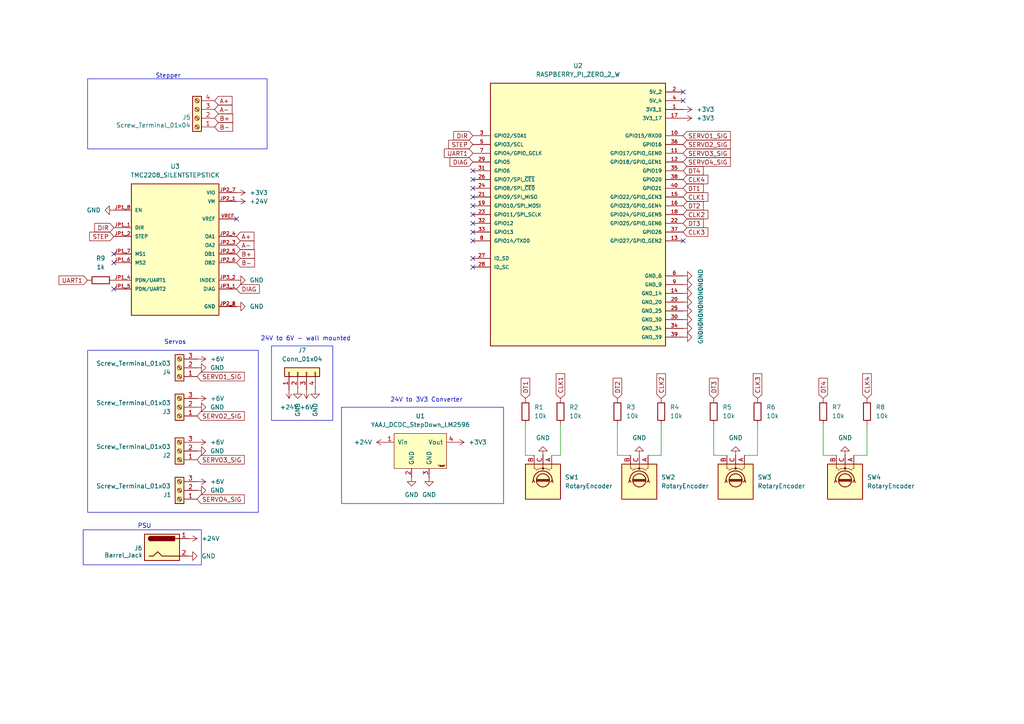
<source format=kicad_sch>
(kicad_sch (version 20231120) (generator "eeschema") (generator_version "8.0")
  (paper "A4")
  (lib_symbols
    (symbol "Connector:Barrel_Jack" (pin_names (offset 1.016))
      (property "Reference" "J" (at 0 5.334 0))
      (property "Value" "Barrel_Jack" (at 0 -5.08 0))
      (symbol "Barrel_Jack_0_1"
        (rectangle (start -5.08 3.81) (end 5.08 -3.81) (stroke (width 0.254)) (fill (type background)))
        (arc (start -3.302 3.175) (mid -3.9343 2.54) (end -3.302 1.905) (stroke (width 0.254)))
        (arc (start -3.302 3.175) (mid -3.9343 2.54) (end -3.302 1.905) (stroke (width 0.254)) (fill (type outline)))
        (polyline (pts (xy 5.08 2.54) (xy 3.81 2.54)) (stroke (width 0.254)))
        (polyline (pts (xy -3.81 -2.54) (xy -2.54 -2.54) (xy -1.27 -1.27) (xy 0 -2.54) (xy 2.54 -2.54) (xy 5.08 -2.54)) (stroke (width 0.254)))
        (rectangle (start 3.683 3.175) (end -3.302 1.905) (stroke (width 0.254)) (fill (type outline)))
      )
      (symbol "Barrel_Jack_1_1"
        (pin passive line (at 7.62 2.54 180) (length 2.54) (name "~") (number "1"))
        (pin passive line (at 7.62 -2.54 180) (length 2.54) (name "~") (number "2"))
      )
    )
    (symbol "Connector:Screw_Terminal_01x03" (pin_names (offset 1.016) hide)
      (property "Reference" "J" (at 0 5.08 0))
      (property "Value" "Screw_Terminal_01x03" (at 0 -5.08 0))
      (symbol "Screw_Terminal_01x03_1_1"
        (rectangle (start -1.27 3.81) (end 1.27 -3.81) (stroke (width 0.254)) (fill (type background)))
        (circle (center 0 -2.54) (radius 0.635) (stroke (width 0.1524)))
        (polyline (pts (xy -0.5334 -2.2098) (xy 0.3302 -3.048)) (stroke (width 0.1524)))
        (polyline (pts (xy -0.5334 0.3302) (xy 0.3302 -0.508)) (stroke (width 0.1524)))
        (polyline (pts (xy -0.5334 2.8702) (xy 0.3302 2.032)) (stroke (width 0.1524)))
        (polyline (pts (xy -0.3556 -2.032) (xy 0.508 -2.8702)) (stroke (width 0.1524)))
        (polyline (pts (xy -0.3556 0.508) (xy 0.508 -0.3302)) (stroke (width 0.1524)))
        (polyline (pts (xy -0.3556 3.048) (xy 0.508 2.2098)) (stroke (width 0.1524)))
        (circle (center 0 0) (radius 0.635) (stroke (width 0.1524)))
        (circle (center 0 2.54) (radius 0.635) (stroke (width 0.1524)))
        (pin passive line (at -5.08 2.54 0) (length 3.81) (name "Pin_1") (number "1"))
        (pin passive line (at -5.08 0 0) (length 3.81) (name "Pin_2") (number "2"))
        (pin passive line (at -5.08 -2.54 0) (length 3.81) (name "Pin_3") (number "3"))
      )
    )
    (symbol "Connector:Screw_Terminal_01x04" (pin_names (offset 1.016) hide)
      (property "Reference" "J" (at 0 5.08 0))
      (property "Value" "Screw_Terminal_01x04" (at 0 -7.62 0))
      (symbol "Screw_Terminal_01x04_1_1"
        (rectangle (start -1.27 3.81) (end 1.27 -6.35) (stroke (width 0.254)) (fill (type background)))
        (circle (center 0 -5.08) (radius 0.635) (stroke (width 0.1524)))
        (circle (center 0 -2.54) (radius 0.635) (stroke (width 0.1524)))
        (polyline (pts (xy -0.5334 -4.7498) (xy 0.3302 -5.588)) (stroke (width 0.1524)))
        (polyline (pts (xy -0.5334 -2.2098) (xy 0.3302 -3.048)) (stroke (width 0.1524)))
        (polyline (pts (xy -0.5334 0.3302) (xy 0.3302 -0.508)) (stroke (width 0.1524)))
        (polyline (pts (xy -0.5334 2.8702) (xy 0.3302 2.032)) (stroke (width 0.1524)))
        (polyline (pts (xy -0.3556 -4.572) (xy 0.508 -5.4102)) (stroke (width 0.1524)))
        (polyline (pts (xy -0.3556 -2.032) (xy 0.508 -2.8702)) (stroke (width 0.1524)))
        (polyline (pts (xy -0.3556 0.508) (xy 0.508 -0.3302)) (stroke (width 0.1524)))
        (polyline (pts (xy -0.3556 3.048) (xy 0.508 2.2098)) (stroke (width 0.1524)))
        (circle (center 0 0) (radius 0.635) (stroke (width 0.1524)))
        (circle (center 0 2.54) (radius 0.635) (stroke (width 0.1524)))
        (pin passive line (at -5.08 2.54 0) (length 3.81) (name "Pin_1") (number "1"))
        (pin passive line (at -5.08 0 0) (length 3.81) (name "Pin_2") (number "2"))
        (pin passive line (at -5.08 -2.54 0) (length 3.81) (name "Pin_3") (number "3"))
        (pin passive line (at -5.08 -5.08 0) (length 3.81) (name "Pin_4") (number "4"))
      )
    )
    (symbol "Connector_Generic:Conn_01x04" (pin_names (offset 1.016) hide)
      (property "Reference" "J" (at 0 5.08 0))
      (property "Value" "Conn_01x04" (at 0 -7.62 0))
      (symbol "Conn_01x04_1_1"
        (rectangle (start -1.27 -4.953) (end 0 -5.207) (stroke (width 0.1524)))
        (rectangle (start -1.27 -2.413) (end 0 -2.667) (stroke (width 0.1524)))
        (rectangle (start -1.27 0.127) (end 0 -0.127) (stroke (width 0.1524)))
        (rectangle (start -1.27 2.667) (end 0 2.413) (stroke (width 0.1524)))
        (rectangle (start -1.27 3.81) (end 1.27 -6.35) (stroke (width 0.254)) (fill (type background)))
        (pin passive line (at -5.08 2.54 0) (length 3.81) (name "Pin_1") (number "1"))
        (pin passive line (at -5.08 0 0) (length 3.81) (name "Pin_2") (number "2"))
        (pin passive line (at -5.08 -2.54 0) (length 3.81) (name "Pin_3") (number "3"))
        (pin passive line (at -5.08 -5.08 0) (length 3.81) (name "Pin_4") (number "4"))
      )
    )
    (symbol "Device:R" (pin_numbers hide) (pin_names (offset 0))
      (property "Reference" "R" (at 2.032 0 90))
      (property "Value" "R" (at 0 0 90))
      (symbol "R_0_1"
        (rectangle (start -1.016 -2.54) (end 1.016 2.54) (stroke (width 0.254)))
      )
      (symbol "R_1_1"
        (pin passive line (at 0 3.81 270) (length 1.27) (name "~") (number "1"))
        (pin passive line (at 0 -3.81 90) (length 1.27) (name "~") (number "2"))
      )
    )
    (symbol "Device:RotaryEncoder" (pin_names (offset 0.254) hide)
      (property "Reference" "SW" (at 0 6.604 0))
      (property "Value" "RotaryEncoder" (at 0 -6.604 0))
      (symbol "RotaryEncoder_0_1"
        (rectangle (start -5.08 5.08) (end 5.08 -5.08) (stroke (width 0.254)) (fill (type background)))
        (circle (center -3.81 0) (radius 0.254) (fill (type outline)))
        (circle (center -0.381 0) (radius 1.905) (stroke (width 0.254)))
        (arc (start -0.381 2.667) (mid -3.0988 -0.0635) (end -0.381 -2.794) (stroke (width 0.254)))
        (polyline (pts (xy -0.635 -1.778) (xy -0.635 1.778)) (stroke (width 0.254)))
        (polyline (pts (xy -0.381 -1.778) (xy -0.381 1.778)) (stroke (width 0.254)))
        (polyline (pts (xy -0.127 1.778) (xy -0.127 -1.778)) (stroke (width 0.254)))
        (polyline (pts (xy -5.08 -2.54) (xy -3.81 -2.54) (xy -3.81 -2.032)))
        (polyline (pts (xy -5.08 2.54) (xy -3.81 2.54) (xy -3.81 2.032)))
        (polyline (pts (xy 0.254 -3.048) (xy -0.508 -2.794) (xy 0.127 -2.413)) (stroke (width 0.254)))
        (polyline (pts (xy 0.254 2.921) (xy -0.508 2.667) (xy 0.127 2.286)) (stroke (width 0.254)))
        (polyline (pts (xy -5.08 0) (xy -3.81 0) (xy -3.81 -1.016) (xy -3.302 -2.032)))
        (polyline (pts (xy -4.318 0) (xy -3.81 0) (xy -3.81 1.016) (xy -3.302 2.032)))
      )
      (symbol "RotaryEncoder_1_1"
        (pin passive line (at -7.62 2.54 0) (length 2.54) (name "A") (number "A"))
        (pin passive line (at -7.62 -2.54 0) (length 2.54) (name "B") (number "B"))
        (pin passive line (at -7.62 0 0) (length 2.54) (name "C") (number "C"))
      )
    )
    (symbol "RASPBERRY_PI_ZERO_2_W:RASPBERRY_PI_ZERO_2_W" (pin_names (offset 1.016))
      (property "Reference" "U" (at -25.42 39.3962 0))
      (property "Value" "RASPBERRY_PI_ZERO_2_W" (at -25.4191 -40.6687 0))
      (symbol "RASPBERRY_PI_ZERO_2_W_0_0"
        (rectangle (start -25.4 -38.1) (end 25.4 38.1) (stroke (width 0.254)) (fill (type background)))
        (pin power_in line (at 30.48 30.48 180) (length 5.08) (name "3V3_1") (number "1"))
        (pin bidirectional line (at 30.48 22.86 180) (length 5.08) (name "GPIO15/RXD0") (number "10"))
        (pin bidirectional line (at 30.48 17.78 180) (length 5.08) (name "GPIO17/GPIO_GEN0") (number "11"))
        (pin bidirectional line (at 30.48 15.24 180) (length 5.08) (name "GPIO18/GPIO_GEN1") (number "12"))
        (pin bidirectional line (at 30.48 -7.62 180) (length 5.08) (name "GPIO27/GPIO_GEN2") (number "13"))
        (pin power_in line (at 30.48 -22.86 180) (length 5.08) (name "GND_14") (number "14"))
        (pin bidirectional line (at 30.48 5.08 180) (length 5.08) (name "GPIO22/GPIO_GEN3") (number "15"))
        (pin bidirectional line (at 30.48 2.54 180) (length 5.08) (name "GPIO23/GPIO_GEN4") (number "16"))
        (pin power_in line (at 30.48 27.94 180) (length 5.08) (name "3V3_17") (number "17"))
        (pin bidirectional line (at 30.48 0 180) (length 5.08) (name "GPIO24/GPIO_GEN5") (number "18"))
        (pin bidirectional line (at -30.48 2.54 0) (length 5.08) (name "GPIO10/SPI_MOSI") (number "19"))
        (pin power_in line (at 30.48 35.56 180) (length 5.08) (name "5V_2") (number "2"))
        (pin power_in line (at 30.48 -25.4 180) (length 5.08) (name "GND_20") (number "20"))
        (pin bidirectional line (at -30.48 5.08 0) (length 5.08) (name "GPIO9/SPI_MISO") (number "21"))
        (pin bidirectional line (at 30.48 -2.54 180) (length 5.08) (name "GPIO25/GPIO_GEN6") (number "22"))
        (pin bidirectional line (at -30.48 0 0) (length 5.08) (name "GPIO11/SPI_SCLK") (number "23"))
        (pin bidirectional line (at -30.48 7.62 0) (length 5.08) (name "GPIO8/SPI_~{CE0}") (number "24"))
        (pin power_in line (at 30.48 -27.94 180) (length 5.08) (name "GND_25") (number "25"))
        (pin bidirectional line (at -30.48 10.16 0) (length 5.08) (name "GPIO7/SPI_~{CE1}") (number "26"))
        (pin bidirectional line (at -30.48 -12.7 0) (length 5.08) (name "ID_SD") (number "27"))
        (pin bidirectional line (at -30.48 -15.24 0) (length 5.08) (name "ID_SC") (number "28"))
        (pin bidirectional line (at -30.48 15.24 0) (length 5.08) (name "GPIO5") (number "29"))
        (pin bidirectional line (at -30.48 22.86 0) (length 5.08) (name "GPIO2/SDA1") (number "3"))
        (pin power_in line (at 30.48 -30.48 180) (length 5.08) (name "GND_30") (number "30"))
        (pin bidirectional line (at -30.48 12.7 0) (length 5.08) (name "GPIO6") (number "31"))
        (pin bidirectional line (at -30.48 -2.54 0) (length 5.08) (name "GPIO12") (number "32"))
        (pin bidirectional line (at -30.48 -5.08 0) (length 5.08) (name "GPIO13") (number "33"))
        (pin power_in line (at 30.48 -33.02 180) (length 5.08) (name "GND_34") (number "34"))
        (pin bidirectional line (at 30.48 12.7 180) (length 5.08) (name "GPIO19") (number "35"))
        (pin bidirectional line (at 30.48 20.32 180) (length 5.08) (name "GPIO16") (number "36"))
        (pin bidirectional line (at 30.48 -5.08 180) (length 5.08) (name "GPIO26") (number "37"))
        (pin bidirectional line (at 30.48 10.16 180) (length 5.08) (name "GPIO20") (number "38"))
        (pin power_in line (at 30.48 -35.56 180) (length 5.08) (name "GND_39") (number "39"))
        (pin power_in line (at 30.48 33.02 180) (length 5.08) (name "5V_4") (number "4"))
        (pin bidirectional line (at 30.48 7.62 180) (length 5.08) (name "GPIO21") (number "40"))
        (pin bidirectional line (at -30.48 20.32 0) (length 5.08) (name "GPIO3/SCL") (number "5"))
        (pin power_in line (at 30.48 -17.78 180) (length 5.08) (name "GND_6") (number "6"))
        (pin bidirectional line (at -30.48 17.78 0) (length 5.08) (name "GPIO4/GPIO_GCLK") (number "7"))
        (pin bidirectional line (at -30.48 -7.62 0) (length 5.08) (name "GPIO14/TXD0") (number "8"))
        (pin power_in line (at 30.48 -20.32 180) (length 5.08) (name "GND_9") (number "9"))
      )
    )
    (symbol "TMC2208_SILENTSTEPSTICK:TMC2208_SILENTSTEPSTICK" (pin_names (offset 1.016))
      (property "Reference" "U" (at -12.7 19.05 0))
      (property "Value" "TMC2208_SILENTSTEPSTICK" (at -12.7 -22.86 0))
      (symbol "TMC2208_SILENTSTEPSTICK_0_0"
        (rectangle (start -12.7 -20.32) (end 12.7 17.78) (stroke (width 0.254)) (fill (type background)))
        (pin input line (at -17.78 5.08 0) (length 5.08) (name "DIR") (number "JP1_1"))
        (pin input line (at -17.78 2.54 0) (length 5.08) (name "STEP") (number "JP1_2"))
        (pin bidirectional line (at -17.78 -10.16 0) (length 5.08) (name "PDN/UART1") (number "JP1_4"))
        (pin bidirectional line (at -17.78 -12.7 0) (length 5.08) (name "PDN/UART2") (number "JP1_5"))
        (pin input line (at -17.78 -5.08 0) (length 5.08) (name "MS2") (number "JP1_6"))
        (pin input line (at -17.78 -2.54 0) (length 5.08) (name "MS1") (number "JP1_7"))
        (pin input line (at -17.78 10.16 0) (length 5.08) (name "EN") (number "JP1_8"))
        (pin power_in line (at 17.78 12.7 180) (length 5.08) (name "VM") (number "JP2_1"))
        (pin power_in line (at 17.78 -17.78 180) (length 5.08) (name "GND") (number "JP2_2"))
        (pin passive line (at 17.78 0 180) (length 5.08) (name "OA2") (number "JP2_3"))
        (pin passive line (at 17.78 2.54 180) (length 5.08) (name "OA1") (number "JP2_4"))
        (pin passive line (at 17.78 -2.54 180) (length 5.08) (name "OB1") (number "JP2_5"))
        (pin passive line (at 17.78 -5.08 180) (length 5.08) (name "OB2") (number "JP2_6"))
        (pin power_in line (at 17.78 15.24 180) (length 5.08) (name "VIO") (number "JP2_7"))
        (pin power_in line (at 17.78 -17.78 180) (length 5.08) (name "GND") (number "JP2_8"))
        (pin output line (at 17.78 -12.7 180) (length 5.08) (name "DIAG") (number "JP3_1"))
        (pin output line (at 17.78 -10.16 180) (length 5.08) (name "INDEX") (number "JP3_2"))
        (pin passive line (at 17.78 7.62 180) (length 5.08) (name "VREF") (number "VREF"))
      )
    )
    (symbol "power:+24V" (power) (pin_numbers hide) (pin_names (offset 0) hide)
      (property "Value" "+24V" (at 0 3.556 0))
      (symbol "+24V_0_1"
        (polyline (pts (xy -0.762 1.27) (xy 0 2.54)))
        (polyline (pts (xy 0 0) (xy 0 2.54)))
        (polyline (pts (xy 0 2.54) (xy 0.762 1.27)))
      )
      (symbol "+24V_1_1"
        (pin power_in line (at 0 0 90) (length 0) (name "~") (number "1"))
      )
    )
    (symbol "power:+3V3" (power) (pin_numbers hide) (pin_names (offset 0) hide)
      (property "Value" "+3V3" (at 0 3.556 0))
      (symbol "+3V3_0_1"
        (polyline (pts (xy -0.762 1.27) (xy 0 2.54)))
        (polyline (pts (xy 0 0) (xy 0 2.54)))
        (polyline (pts (xy 0 2.54) (xy 0.762 1.27)))
      )
      (symbol "+3V3_1_1"
        (pin power_in line (at 0 0 90) (length 0) (name "~") (number "1"))
      )
    )
    (symbol "power:+6V" (power) (pin_numbers hide) (pin_names (offset 0) hide)
      (property "Value" "+6V" (at 0 3.556 0))
      (symbol "+6V_0_1"
        (polyline (pts (xy -0.762 1.27) (xy 0 2.54)))
        (polyline (pts (xy 0 0) (xy 0 2.54)))
        (polyline (pts (xy 0 2.54) (xy 0.762 1.27)))
      )
      (symbol "+6V_1_1"
        (pin power_in line (at 0 0 90) (length 0) (name "~") (number "1"))
      )
    )
    (symbol "power:GND" (power) (pin_numbers hide) (pin_names (offset 0) hide)
      (property "Value" "GND" (at 0 -3.81 0))
      (symbol "GND_0_1"
        (polyline (pts (xy 0 0) (xy 0 -1.27) (xy 1.27 -1.27) (xy 0 -2.54) (xy -1.27 -1.27) (xy 0 -1.27)))
      )
      (symbol "GND_1_1"
        (pin power_in line (at 0 0 270) (length 0) (name "~") (number "1"))
      )
    )
    (symbol "yaaj_dcdc_stepdown_lm2596:YAAJ_DCDC_StepDown_LM2596" (pin_names (offset 1.016))
      (property "Reference" "U" (at -5.08 6.35 0))
      (property "Value" "YAAJ_DCDC_StepDown_LM2596" (at 0 11.43 0))
      (symbol "YAAJ_DCDC_StepDown_LM2596_0_1"
        (rectangle (start -7.62 5.08) (end 7.62 -5.08) (fill (type background)))
      )
      (symbol "YAAJ_DCDC_StepDown_LM2596_1_1"
        (text "Y@@V" (at 6.1976 -4.2672 0) (effects (font (size 0.508 0.508))))
        (pin power_in line (at -10.16 2.54 0) (length 2.54) (name "Vin") (number "1"))
        (pin power_in line (at -2.54 -7.62 90) (length 2.54) (name "GND") (number "2"))
        (pin power_in line (at 2.54 -7.62 90) (length 2.54) (name "GND") (number "3"))
        (pin power_out line (at 10.16 2.54 180) (length 2.54) (name "Vout") (number "4"))
      )
    )
  )
  (no_connect (at 68.58 63.5))
  (no_connect (at 137.16 64.77))
  (no_connect (at 137.16 69.85))
  (no_connect (at 137.16 54.61))
  (no_connect (at 137.16 59.69))
  (no_connect (at 198.12 29.21))
  (no_connect (at 137.16 49.53))
  (no_connect (at 137.16 52.07))
  (no_connect (at 137.16 67.31))
  (no_connect (at 137.16 74.93))
  (no_connect (at 137.16 62.23))
  (no_connect (at 137.16 77.47))
  (no_connect (at 137.16 57.15))
  (no_connect (at 33.02 73.66))
  (no_connect (at 33.02 76.2))
  (no_connect (at 33.02 83.82))
  (no_connect (at 198.12 26.67))
  (no_connect (at 198.12 69.85))
  (wire (pts (xy 207.01 123.19) (xy 207.01 132.08)))
  (wire (pts (xy 207.01 132.08) (xy 210.82 132.08)))
  (wire (pts (xy 251.46 123.19) (xy 251.46 132.08)))
  (wire (pts (xy 238.76 132.08) (xy 242.57 132.08)))
  (wire (pts (xy 191.77 123.19) (xy 191.77 132.08)))
  (wire (pts (xy 251.46 132.08) (xy 247.65 132.08)))
  (wire (pts (xy 152.4 123.19) (xy 152.4 132.08)))
  (wire (pts (xy 162.56 123.19) (xy 162.56 132.08)))
  (wire (pts (xy 162.56 132.08) (xy 160.02 132.08)))
  (wire (pts (xy 179.07 132.08) (xy 182.88 132.08)))
  (wire (pts (xy 238.76 123.19) (xy 238.76 132.08)))
  (wire (pts (xy 219.71 123.19) (xy 219.71 132.08)))
  (wire (pts (xy 219.71 132.08) (xy 215.9 132.08)))
  (wire (pts (xy 191.77 132.08) (xy 187.96 132.08)))
  (wire (pts (xy 179.07 123.19) (xy 179.07 132.08)))
  (wire (pts (xy 152.4 132.08) (xy 154.94 132.08)))
  (rectangle (start 25.4 101.6) (end 74.93 148.59))
  (rectangle (start 25.4 22.86) (end 77.47 43.18))
  (rectangle (start 24.13 153.67) (end 58.42 163.83))
  (rectangle (start 78.74 100.33) (end 96.52 121.92))
  (rectangle (start 99.06 118.11) (end 146.05 146.05))
  (text "Servos" (at 50.8 99.314 0) (effects (font (size 1.27 1.27))))
  (text "Stepper" (at 48.768 22.098 0) (effects (font (size 1.27 1.27))))
  (text "24V to 6V - wall mounted \n" (at 89.154 98.298 0) (effects (font (size 1.27 1.27))))
  (text "24V to 3V3 Converter\n" (at 123.698 116.078 0) (effects (font (size 1.27 1.27))))
  (text "PSU\n" (at 41.91 152.654 0) (effects (font (size 1.27 1.27))))
  (global_label "A+" (shape input) (at 62.23 29.21 0) (property "Intersheetrefs" "${INTERSHEET_REFS}" (effects (hide yes))))
  (global_label "DT4" (shape input) (at 238.76 115.57 90) (property "Intersheetrefs" "${INTERSHEET_REFS}" (effects (hide yes))))
  (global_label "DIAG" (shape input) (at 68.58 83.82 0) (property "Intersheetrefs" "${INTERSHEET_REFS}" (effects (hide yes))))
  (global_label "A-" (shape input) (at 62.23 31.75 0) (property "Intersheetrefs" "${INTERSHEET_REFS}" (effects (hide yes))))
  (global_label "SERVO3_SIG" (shape input) (at 57.15 133.35 0) (property "Intersheetrefs" "${INTERSHEET_REFS}" (effects (hide yes))))
  (global_label "DT1" (shape input) (at 152.4 115.57 90) (property "Intersheetrefs" "${INTERSHEET_REFS}" (effects (hide yes))))
  (global_label "DT3" (shape input) (at 207.01 115.57 90) (property "Intersheetrefs" "${INTERSHEET_REFS}" (effects (hide yes))))
  (global_label "CLK4" (shape input) (at 251.46 115.57 90) (property "Intersheetrefs" "${INTERSHEET_REFS}" (effects (hide yes))))
  (global_label "A-" (shape input) (at 68.58 71.12 0) (property "Intersheetrefs" "${INTERSHEET_REFS}" (effects (hide yes))))
  (global_label "B-" (shape input) (at 62.23 36.83 0) (property "Intersheetrefs" "${INTERSHEET_REFS}" (effects (hide yes))))
  (global_label "UART1" (shape input) (at 25.4 81.28 180) (property "Intersheetrefs" "${INTERSHEET_REFS}" (effects (hide yes))))
  (global_label "STEP" (shape input) (at 33.02 68.58 180) (property "Intersheetrefs" "${INTERSHEET_REFS}" (effects (hide yes))))
  (global_label "DIR" (shape input) (at 137.16 39.37 180) (property "Intersheetrefs" "${INTERSHEET_REFS}" (effects (hide yes))))
  (global_label "SERVO2_SIG" (shape input) (at 57.15 120.65 0) (property "Intersheetrefs" "${INTERSHEET_REFS}" (effects (hide yes))))
  (global_label "DIR" (shape input) (at 33.02 66.04 180) (property "Intersheetrefs" "${INTERSHEET_REFS}" (effects (hide yes))))
  (global_label "A+" (shape input) (at 68.58 68.58 0) (property "Intersheetrefs" "${INTERSHEET_REFS}" (effects (hide yes))))
  (global_label "SERVO4_SIG" (shape input) (at 57.15 144.78 0) (property "Intersheetrefs" "${INTERSHEET_REFS}" (effects (hide yes))))
  (global_label "CLK4" (shape input) (at 198.12 52.07 0) (property "Intersheetrefs" "${INTERSHEET_REFS}" (effects (hide yes))))
  (global_label "CLK3" (shape input) (at 198.12 67.31 0) (property "Intersheetrefs" "${INTERSHEET_REFS}" (effects (hide yes))))
  (global_label "DT2" (shape input) (at 179.07 115.57 90) (property "Intersheetrefs" "${INTERSHEET_REFS}" (effects (hide yes))))
  (global_label "CLK3" (shape input) (at 219.71 115.57 90) (property "Intersheetrefs" "${INTERSHEET_REFS}" (effects (hide yes))))
  (global_label "DT1" (shape input) (at 198.12 54.61 0) (property "Intersheetrefs" "${INTERSHEET_REFS}" (effects (hide yes))))
  (global_label "B+" (shape input) (at 68.58 73.66 0) (property "Intersheetrefs" "${INTERSHEET_REFS}" (effects (hide yes))))
  (global_label "DT3" (shape input) (at 198.12 64.77 0) (property "Intersheetrefs" "${INTERSHEET_REFS}" (effects (hide yes))))
  (global_label "B-" (shape input) (at 68.58 76.2 0) (property "Intersheetrefs" "${INTERSHEET_REFS}" (effects (hide yes))))
  (global_label "SERVO1_SIG" (shape input) (at 57.15 109.22 0) (property "Intersheetrefs" "${INTERSHEET_REFS}" (effects (hide yes))))
  (global_label "SERVO1_SIG" (shape input) (at 198.12 39.37 0) (property "Intersheetrefs" "${INTERSHEET_REFS}" (effects (hide yes))))
  (global_label "CLK1" (shape input) (at 162.56 115.57 90) (property "Intersheetrefs" "${INTERSHEET_REFS}" (effects (hide yes))))
  (global_label "SERVO2_SIG" (shape input) (at 198.12 41.91 0) (property "Intersheetrefs" "${INTERSHEET_REFS}" (effects (hide yes))))
  (global_label "UART1" (shape input) (at 137.16 44.45 180) (property "Intersheetrefs" "${INTERSHEET_REFS}" (effects (hide yes))))
  (global_label "CLK2" (shape input) (at 198.12 62.23 0) (property "Intersheetrefs" "${INTERSHEET_REFS}" (effects (hide yes))))
  (global_label "DIAG" (shape input) (at 137.16 46.99 180) (property "Intersheetrefs" "${INTERSHEET_REFS}" (effects (hide yes))))
  (global_label "DT4" (shape input) (at 198.12 49.53 0) (property "Intersheetrefs" "${INTERSHEET_REFS}" (effects (hide yes))))
  (global_label "CLK2" (shape input) (at 191.77 115.57 90) (property "Intersheetrefs" "${INTERSHEET_REFS}" (effects (hide yes))))
  (global_label "SERVO3_SIG" (shape input) (at 198.12 44.45 0) (property "Intersheetrefs" "${INTERSHEET_REFS}" (effects (hide yes))))
  (global_label "DT2" (shape input) (at 198.12 59.69 0) (property "Intersheetrefs" "${INTERSHEET_REFS}" (effects (hide yes))))
  (global_label "B+" (shape input) (at 62.23 34.29 0) (property "Intersheetrefs" "${INTERSHEET_REFS}" (effects (hide yes))))
  (global_label "SERVO4_SIG" (shape input) (at 198.12 46.99 0) (property "Intersheetrefs" "${INTERSHEET_REFS}" (effects (hide yes))))
  (global_label "CLK1" (shape input) (at 198.12 57.15 0) (property "Intersheetrefs" "${INTERSHEET_REFS}" (effects (hide yes))))
  (global_label "STEP" (shape input) (at 137.16 41.91 180) (property "Intersheetrefs" "${INTERSHEET_REFS}" (effects (hide yes))))
  (symbol (lib_id "power:GND") (at 198.12 90.17 90) (unit 1)
    (property "Reference" "#PWR029" (effects (hide yes)))
    (property "Value" "GND" (at 203.2 90.17 0))
    (property "Description" "Power symbol creates a global label with name \"GND\" , ground" (effects (hide yes)))
  )
  (symbol (lib_id "power:+3V3") (at 198.12 34.29 270) (unit 1)
    (property "Reference" "#PWR034" (effects (hide yes)))
    (property "Value" "+3V3" (at 201.93 34.2899 90) (effects (justify left)))
    (property "Description" "Power symbol creates a global label with name \"+3V3\"" (effects (hide yes)))
  )
  (symbol (lib_id "power:+6V") (at 57.15 128.27 270) (unit 1)
    (property "Reference" "#PWR03" (effects (hide yes)))
    (property "Value" "+6V" (at 60.96 128.2699 90) (effects (justify left)))
    (property "Description" "Power symbol creates a global label with name \"+6V\"" (effects (hide yes)))
  )
  (symbol (lib_id "power:+24V") (at 111.76 128.27 90) (unit 1)
    (property "Reference" "#PWR013" (effects (hide yes)))
    (property "Value" "+24V" (at 107.95 128.2699 90) (effects (justify left)))
    (property "Description" "Power symbol creates a global label with name \"+24V\"" (effects (hide yes)))
  )
  (symbol (lib_id "Device:R") (at 238.76 119.38 180) (unit 1)
    (property "Reference" "R7" (at 241.3 118.1099 0) (effects (justify right)))
    (property "Value" "10k" (at 241.3 120.6499 0) (effects (justify right)))
    (property "Footprint" "Resistor_THT:R_Axial_DIN0207_L6.3mm_D2.5mm_P7.62mm_Horizontal" (effects (hide yes)))
    (property "Description" "Resistor" (effects (hide yes)))
  )
  (symbol (lib_id "TMC2208_SILENTSTEPSTICK:TMC2208_SILENTSTEPSTICK") (at 50.8 71.12 0) (unit 1)
    (property "Reference" "U3" (at 50.8 48.26 0))
    (property "Value" "TMC2208_SILENTSTEPSTICK" (at 50.8 50.8 0))
    (property "Footprint" "Files Needed:MODULE_TMC2208_SILENTSTEPSTICK" (effects (hide yes)))
    (property "MF" "Trinamic Motion" (effects (hide yes)))
    (property "Description_1" "\n                        \n                            TMC2208 Motor Controller/Driver, Stepper Power Management Evaluation Board\n                        \n" (effects (hide yes)))
    (property "Package" "None" (effects (hide yes)))
    (property "Price" "None" (effects (hide yes)))
    (property "Check_prices" "https://www.snapeda.com/parts/TMC2208%20SILENTSTEPSTICK/Trinamic/view-part/?ref=eda" (effects (hide yes)))
    (property "SnapEDA_Link" "https://www.snapeda.com/parts/TMC2208%20SILENTSTEPSTICK/Trinamic/view-part/?ref=snap" (effects (hide yes)))
    (property "MP" "TMC2208 SILENTSTEPSTICK" (effects (hide yes)))
    (property "Availability" "In Stock" (effects (hide yes)))
    (property "MANUFACTURER" "Trinamic Motion" (effects (hide yes)))
  )
  (symbol (lib_id "Device:RotaryEncoder") (at 213.36 139.7 270) (unit 1)
    (property "Reference" "SW3" (at 219.71 138.4299 90) (effects (justify left)))
    (property "Value" "RotaryEncoder" (at 219.71 140.9699 90) (effects (justify left)))
    (property "Footprint" "Rotary_Encoder:RotaryEncoder_Alps_EC11E-Switch_Vertical_H20mm" (effects (hide yes)))
    (property "Description" "Rotary encoder, dual channel, incremental quadrate outputs" (effects (hide yes)))
  )
  (symbol (lib_id "Device:R") (at 219.71 119.38 180) (unit 1)
    (property "Reference" "R6" (at 222.25 118.1099 0) (effects (justify right)))
    (property "Value" "10k" (at 222.25 120.6499 0) (effects (justify right)))
    (property "Footprint" "Resistor_THT:R_Axial_DIN0207_L6.3mm_D2.5mm_P7.62mm_Horizontal" (effects (hide yes)))
    (property "Description" "Resistor" (effects (hide yes)))
  )
  (symbol (lib_id "Device:R") (at 152.4 119.38 180) (unit 1)
    (property "Reference" "R1" (at 154.94 118.1099 0) (effects (justify right)))
    (property "Value" "10k" (at 154.94 120.6499 0) (effects (justify right)))
    (property "Footprint" "Resistor_THT:R_Axial_DIN0207_L6.3mm_D2.5mm_P7.62mm_Horizontal" (effects (hide yes)))
    (property "Description" "Resistor" (effects (hide yes)))
  )
  (symbol (lib_id "power:+24V") (at 68.58 58.42 270) (unit 1)
    (property "Reference" "#PWR015" (effects (hide yes)))
    (property "Value" "+24V" (at 72.39 58.4199 90) (effects (justify left)))
    (property "Description" "Power symbol creates a global label with name \"+24V\"" (effects (hide yes)))
  )
  (symbol (lib_id "power:GND") (at 198.12 97.79 90) (unit 1)
    (property "Reference" "#PWR032" (effects (hide yes)))
    (property "Value" "GND" (at 203.2 97.79 0))
    (property "Description" "Power symbol creates a global label with name \"GND\" , ground" (effects (hide yes)))
  )
  (symbol (lib_id "Connector:Screw_Terminal_01x03") (at 52.07 106.68 180) (unit 1)
    (property "Reference" "J4" (at 49.53 107.9501 0) (effects (justify left)))
    (property "Value" "Screw_Terminal_01x03" (at 49.53 105.4101 0) (effects (justify left)))
    (property "Footprint" "TerminalBlock:TerminalBlock_bornier-3_P5.08mm" (effects (hide yes)))
    (property "Description" "Generic screw terminal, single row, 01x03, script generated (kicad-library-utils/schlib/autogen/connector/)" (effects (hide yes)))
  )
  (symbol (lib_id "power:GND") (at 33.02 60.96 270) (unit 1)
    (property "Reference" "#PWR037" (effects (hide yes)))
    (property "Value" "GND" (at 29.21 60.9601 90) (effects (justify right)))
    (property "Description" "Power symbol creates a global label with name \"GND\" , ground" (effects (hide yes)))
  )
  (symbol (lib_id "power:+3V3") (at 132.08 128.27 270) (unit 1)
    (property "Reference" "#PWR014" (effects (hide yes)))
    (property "Value" "+3V3" (at 135.89 128.2699 90) (effects (justify left)))
    (property "Description" "Power symbol creates a global label with name \"+3V3\"" (effects (hide yes)))
  )
  (symbol (lib_id "Connector:Screw_Terminal_01x03") (at 52.07 130.81 180) (unit 1)
    (property "Reference" "J2" (at 49.53 132.0801 0) (effects (justify left)))
    (property "Value" "Screw_Terminal_01x03" (at 49.53 129.5401 0) (effects (justify left)))
    (property "Footprint" "TerminalBlock:TerminalBlock_bornier-3_P5.08mm" (effects (hide yes)))
    (property "Description" "Generic screw terminal, single row, 01x03, script generated (kicad-library-utils/schlib/autogen/connector/)" (effects (hide yes)))
  )
  (symbol (lib_id "power:GND") (at 198.12 82.55 90) (unit 1)
    (property "Reference" "#PWR025" (effects (hide yes)))
    (property "Value" "GND" (at 203.2 82.55 0))
    (property "Description" "Power symbol creates a global label with name \"GND\" , ground" (effects (hide yes)))
  )
  (symbol (lib_id "Connector:Screw_Terminal_01x03") (at 52.07 142.24 180) (unit 1)
    (property "Reference" "J1" (at 48.514 143.51 0))
    (property "Value" "Screw_Terminal_01x03" (at 49.53 140.9701 0) (effects (justify left)))
    (property "Footprint" "TerminalBlock:TerminalBlock_bornier-3_P5.08mm" (effects (hide yes)))
    (property "Description" "Generic screw terminal, single row, 01x03, script generated (kicad-library-utils/schlib/autogen/connector/)" (effects (hide yes)))
  )
  (symbol (lib_id "power:GND") (at 119.38 138.43 0) (unit 1)
    (property "Reference" "#PWR011" (effects (hide yes)))
    (property "Value" "GND" (at 119.38 143.51 0))
    (property "Description" "Power symbol creates a global label with name \"GND\" , ground" (effects (hide yes)))
  )
  (symbol (lib_id "power:+24V") (at 54.61 156.21 270) (unit 1)
    (property "Reference" "#PWR05" (effects (hide yes)))
    (property "Value" "+24V" (at 58.42 156.2099 90) (effects (justify left)))
    (property "Description" "Power symbol creates a global label with name \"+24V\"" (effects (hide yes)))
  )
  (symbol (lib_id "Connector_Generic:Conn_01x04") (at 86.36 107.95 90) (unit 1)
    (property "Reference" "J7" (at 87.63 101.6 90))
    (property "Value" "Conn_01x04" (at 87.63 104.14 90))
    (property "Footprint" "Connector_PinHeader_2.54mm:PinHeader_1x04_P2.54mm_Vertical" (effects (hide yes)))
    (property "Description" "Generic connector, single row, 01x04, script generated (kicad-library-utils/schlib/autogen/connector/)" (effects (hide yes)))
  )
  (symbol (lib_id "power:GND") (at 86.36 113.03 0) (unit 1)
    (property "Reference" "#PWR017" (effects (hide yes)))
    (property "Value" "GND" (at 86.3601 116.84 90) (effects (justify right)))
    (property "Description" "Power symbol creates a global label with name \"GND\" , ground" (effects (hide yes)))
  )
  (symbol (lib_id "Device:RotaryEncoder") (at 245.11 139.7 270) (unit 1)
    (property "Reference" "SW4" (at 251.46 138.4299 90) (effects (justify left)))
    (property "Value" "RotaryEncoder" (at 251.46 140.9699 90) (effects (justify left)))
    (property "Footprint" "Rotary_Encoder:RotaryEncoder_Alps_EC11E-Switch_Vertical_H20mm" (effects (hide yes)))
    (property "Description" "Rotary encoder, dual channel, incremental quadrate outputs" (effects (hide yes)))
  )
  (symbol (lib_id "power:GND") (at 198.12 85.09 90) (unit 1)
    (property "Reference" "#PWR027" (effects (hide yes)))
    (property "Value" "GND" (at 203.2 85.09 0))
    (property "Description" "Power symbol creates a global label with name \"GND\" , ground" (effects (hide yes)))
  )
  (symbol (lib_id "Device:RotaryEncoder") (at 185.42 139.7 270) (unit 1)
    (property "Reference" "SW2" (at 191.77 138.4299 90) (effects (justify left)))
    (property "Value" "RotaryEncoder" (at 191.77 140.9699 90) (effects (justify left)))
    (property "Footprint" "Rotary_Encoder:RotaryEncoder_Alps_EC11E-Switch_Vertical_H20mm" (effects (hide yes)))
    (property "Description" "Rotary encoder, dual channel, incremental quadrate outputs" (effects (hide yes)))
  )
  (symbol (lib_id "Connector:Barrel_Jack") (at 46.99 158.75 0) (unit 1)
    (property "Reference" "J6" (at 40.132 159.004 0))
    (property "Value" "Barrel_Jack" (at 35.814 161.036 0))
    (property "Footprint" "Connector_BarrelJack:BarrelJack_Horizontal" (effects (hide yes)))
    (property "Description" "DC Barrel Jack" (effects (hide yes)))
  )
  (symbol (lib_id "power:GND") (at 245.11 132.08 180) (unit 1)
    (property "Reference" "#PWR04" (effects (hide yes)))
    (property "Value" "GND" (at 245.11 127 0))
    (property "Description" "Power symbol creates a global label with name \"GND\" , ground" (effects (hide yes)))
  )
  (symbol (lib_id "power:GND") (at 68.58 88.9 90) (unit 1)
    (property "Reference" "#PWR016" (effects (hide yes)))
    (property "Value" "GND" (at 72.39 88.8999 90) (effects (justify right)))
    (property "Description" "Power symbol creates a global label with name \"GND\" , ground" (effects (hide yes)))
  )
  (symbol (lib_id "power:+6V") (at 57.15 104.14 270) (unit 1)
    (property "Reference" "#PWR02" (effects (hide yes)))
    (property "Value" "+6V" (at 60.96 104.1399 90) (effects (justify left)))
    (property "Description" "Power symbol creates a global label with name \"+6V\"" (effects (hide yes)))
  )
  (symbol (lib_id "yaaj_dcdc_stepdown_lm2596:YAAJ_DCDC_StepDown_LM2596") (at 121.92 130.81 0) (unit 1)
    (property "Reference" "U1" (at 121.92 120.65 0))
    (property "Value" "YAAJ_DCDC_StepDown_LM2596" (at 121.92 123.19 0))
    (property "Footprint" "Files Needed:YAAJ_DCDC_StepDown_LM2596" (effects (hide yes)))
  )
  (symbol (lib_id "power:GND") (at 91.44 113.03 0) (unit 1)
    (property "Reference" "#PWR019" (effects (hide yes)))
    (property "Value" "GND" (at 91.4401 116.84 90) (effects (justify right)))
    (property "Description" "Power symbol creates a global label with name \"GND\" , ground" (effects (hide yes)))
  )
  (symbol (lib_id "power:GND") (at 198.12 80.01 90) (unit 1)
    (property "Reference" "#PWR026" (effects (hide yes)))
    (property "Value" "GND" (at 203.2 80.01 0))
    (property "Description" "Power symbol creates a global label with name \"GND\" , ground" (effects (hide yes)))
  )
  (symbol (lib_id "power:GND") (at 57.15 130.81 90) (unit 1)
    (property "Reference" "#PWR07" (effects (hide yes)))
    (property "Value" "GND" (at 60.96 130.8099 90) (effects (justify right)))
    (property "Description" "Power symbol creates a global label with name \"GND\" , ground" (effects (hide yes)))
  )
  (symbol (lib_id "power:GND") (at 157.48 132.08 180) (unit 1)
    (property "Reference" "#PWR021" (effects (hide yes)))
    (property "Value" "GND" (at 157.48 127 0))
    (property "Description" "Power symbol creates a global label with name \"GND\" , ground" (effects (hide yes)))
  )
  (symbol (lib_id "power:GND") (at 57.15 106.68 90) (unit 1)
    (property "Reference" "#PWR010" (effects (hide yes)))
    (property "Value" "GND" (at 60.96 106.6799 90) (effects (justify right)))
    (property "Description" "Power symbol creates a global label with name \"GND\" , ground" (effects (hide yes)))
  )
  (symbol (lib_id "power:GND") (at 57.15 118.11 90) (unit 1)
    (property "Reference" "#PWR08" (effects (hide yes)))
    (property "Value" "GND" (at 60.96 118.1099 90) (effects (justify right)))
    (property "Description" "Power symbol creates a global label with name \"GND\" , ground" (effects (hide yes)))
  )
  (symbol (lib_id "Device:R") (at 207.01 119.38 180) (unit 1)
    (property "Reference" "R5" (at 209.55 118.1099 0) (effects (justify right)))
    (property "Value" "10k" (at 209.55 120.6499 0) (effects (justify right)))
    (property "Footprint" "Resistor_THT:R_Axial_DIN0207_L6.3mm_D2.5mm_P7.62mm_Horizontal" (effects (hide yes)))
    (property "Description" "Resistor" (effects (hide yes)))
  )
  (symbol (lib_id "Connector:Screw_Terminal_01x03") (at 52.07 118.11 180) (unit 1)
    (property "Reference" "J3" (at 49.53 119.3801 0) (effects (justify left)))
    (property "Value" "Screw_Terminal_01x03" (at 49.53 116.8401 0) (effects (justify left)))
    (property "Footprint" "TerminalBlock:TerminalBlock_bornier-3_P5.08mm" (effects (hide yes)))
    (property "Description" "Generic screw terminal, single row, 01x03, script generated (kicad-library-utils/schlib/autogen/connector/)" (effects (hide yes)))
  )
  (symbol (lib_id "RASPBERRY_PI_ZERO_2_W:RASPBERRY_PI_ZERO_2_W") (at 167.64 62.23 0) (unit 1)
    (property "Reference" "U2" (at 167.64 19.05 0))
    (property "Value" "RASPBERRY_PI_ZERO_2_W" (at 167.64 21.59 0))
    (property "Footprint" "Files Needed:MODULE_RASPBERRY_PI_ZERO_2_W" (effects (hide yes)))
    (property "MF" "Raspberry Pi" (effects (hide yes)))
    (property "Description_1" "\n                        \n                            At the heart of Raspberry Pi Zero 2 W is RP3A0, a custom-built system-in-package designed by Raspberry Pi in the UK.\n                        \n" (effects (hide yes)))
    (property "Package" "None" (effects (hide yes)))
    (property "Price" "None" (effects (hide yes)))
    (property "Check_prices" "https://www.snapeda.com/parts/RASPBERRY%20PI%20ZERO%202%20W/Raspberry+Pi/view-part/?ref=eda" (effects (hide yes)))
    (property "STANDARD" "Manufacturer Recommendations" (effects (hide yes)))
    (property "PARTREV" "April 2024" (effects (hide yes)))
    (property "SnapEDA_Link" "https://www.snapeda.com/parts/RASPBERRY%20PI%20ZERO%202%20W/Raspberry+Pi/view-part/?ref=snap" (effects (hide yes)))
    (property "MP" "RASPBERRY PI ZERO 2 W" (effects (hide yes)))
    (property "Availability" "In Stock" (effects (hide yes)))
    (property "MANUFACTURER" "Raspberry Pi" (effects (hide yes)))
  )
  (symbol (lib_id "Device:R") (at 179.07 119.38 180) (unit 1)
    (property "Reference" "R3" (at 181.61 118.1099 0) (effects (justify right)))
    (property "Value" "10k" (at 181.61 120.6499 0) (effects (justify right)))
    (property "Footprint" "Resistor_THT:R_Axial_DIN0207_L6.3mm_D2.5mm_P7.62mm_Horizontal" (effects (hide yes)))
    (property "Description" "Resistor" (effects (hide yes)))
  )
  (symbol (lib_id "power:+24V") (at 83.82 113.03 180) (unit 1)
    (property "Reference" "#PWR09" (effects (hide yes)))
    (property "Value" "+24V" (at 83.82 118.11 0))
    (property "Description" "Power symbol creates a global label with name \"+24V\"" (effects (hide yes)))
  )
  (symbol (lib_id "power:+6V") (at 57.15 139.7 270) (unit 1)
    (property "Reference" "#PWR022" (effects (hide yes)))
    (property "Value" "+6V" (at 60.96 139.6999 90) (effects (justify left)))
    (property "Description" "Power symbol creates a global label with name \"+6V\"" (effects (hide yes)))
  )
  (symbol (lib_id "power:GND") (at 68.58 81.28 90) (unit 1)
    (property "Reference" "#PWR036" (effects (hide yes)))
    (property "Value" "GND" (at 72.39 81.2799 90) (effects (justify right)))
    (property "Description" "Power symbol creates a global label with name \"GND\" , ground" (effects (hide yes)))
  )
  (symbol (lib_id "Connector:Screw_Terminal_01x04") (at 57.15 34.29 180) (unit 1)
    (property "Reference" "J5" (at 54.102 34.036 0))
    (property "Value" "Screw_Terminal_01x04" (at 44.45 36.322 0))
    (property "Footprint" "TerminalBlock:TerminalBlock_bornier-4_P5.08mm" (effects (hide yes)))
    (property "Description" "Generic screw terminal, single row, 01x04, script generated (kicad-library-utils/schlib/autogen/connector/)" (effects (hide yes)))
  )
  (symbol (lib_id "power:GND") (at 57.15 142.24 90) (unit 1)
    (property "Reference" "#PWR023" (effects (hide yes)))
    (property "Value" "GND" (at 60.96 142.2399 90) (effects (justify right)))
    (property "Description" "Power symbol creates a global label with name \"GND\" , ground" (effects (hide yes)))
  )
  (symbol (lib_id "Device:R") (at 162.56 119.38 180) (unit 1)
    (property "Reference" "R2" (at 165.1 118.1099 0) (effects (justify right)))
    (property "Value" "10k" (at 165.1 120.6499 0) (effects (justify right)))
    (property "Footprint" "Resistor_THT:R_Axial_DIN0207_L6.3mm_D2.5mm_P7.62mm_Horizontal" (effects (hide yes)))
    (property "Description" "Resistor" (effects (hide yes)))
  )
  (symbol (lib_id "Device:R") (at 251.46 119.38 180) (unit 1)
    (property "Reference" "R8" (at 254 118.1099 0) (effects (justify right)))
    (property "Value" "10k" (at 254 120.6499 0) (effects (justify right)))
    (property "Footprint" "Resistor_THT:R_Axial_DIN0207_L6.3mm_D2.5mm_P7.62mm_Horizontal" (effects (hide yes)))
    (property "Description" "Resistor" (effects (hide yes)))
  )
  (symbol (lib_id "power:+3V3") (at 198.12 31.75 270) (unit 1)
    (property "Reference" "#PWR033" (effects (hide yes)))
    (property "Value" "+3V3" (at 201.93 31.7499 90) (effects (justify left)))
    (property "Description" "Power symbol creates a global label with name \"+3V3\"" (effects (hide yes)))
  )
  (symbol (lib_id "Device:R") (at 29.21 81.28 270) (unit 1)
    (property "Reference" "R9" (at 29.21 74.93 90))
    (property "Value" "1k" (at 29.21 77.47 90))
    (property "Footprint" "Resistor_THT:R_Axial_DIN0207_L6.3mm_D2.5mm_P7.62mm_Horizontal" (effects (hide yes)))
    (property "Description" "Resistor" (effects (hide yes)))
  )
  (symbol (lib_id "power:GND") (at 198.12 87.63 90) (unit 1)
    (property "Reference" "#PWR028" (effects (hide yes)))
    (property "Value" "GND" (at 203.2 87.63 0))
    (property "Description" "Power symbol creates a global label with name \"GND\" , ground" (effects (hide yes)))
  )
  (symbol (lib_id "power:GND") (at 198.12 92.71 90) (unit 1)
    (property "Reference" "#PWR030" (effects (hide yes)))
    (property "Value" "GND" (at 203.2 92.71 0))
    (property "Description" "Power symbol creates a global label with name \"GND\" , ground" (effects (hide yes)))
  )
  (symbol (lib_id "power:GND") (at 124.46 138.43 0) (unit 1)
    (property "Reference" "#PWR012" (effects (hide yes)))
    (property "Value" "GND" (at 124.46 143.51 0))
    (property "Description" "Power symbol creates a global label with name \"GND\" , ground" (effects (hide yes)))
  )
  (symbol (lib_id "power:GND") (at 198.12 95.25 90) (unit 1)
    (property "Reference" "#PWR031" (effects (hide yes)))
    (property "Value" "GND" (at 203.2 95.25 0))
    (property "Description" "Power symbol creates a global label with name \"GND\" , ground" (effects (hide yes)))
  )
  (symbol (lib_id "power:+3V3") (at 68.58 55.88 270) (unit 1)
    (property "Reference" "#PWR035" (effects (hide yes)))
    (property "Value" "+3V3" (at 72.39 55.8799 90) (effects (justify left)))
    (property "Description" "Power symbol creates a global label with name \"+3V3\"" (effects (hide yes)))
  )
  (symbol (lib_id "Device:RotaryEncoder") (at 157.48 139.7 270) (unit 1)
    (property "Reference" "SW1" (at 163.83 138.4299 90) (effects (justify left)))
    (property "Value" "RotaryEncoder" (at 163.83 140.9699 90) (effects (justify left)))
    (property "Footprint" "Rotary_Encoder:RotaryEncoder_Alps_EC11E-Switch_Vertical_H20mm" (effects (hide yes)))
    (property "Description" "Rotary encoder, dual channel, incremental quadrate outputs" (effects (hide yes)))
  )
  (symbol (lib_id "power:GND") (at 213.36 132.08 180) (unit 1)
    (property "Reference" "#PWR018" (effects (hide yes)))
    (property "Value" "GND" (at 213.36 127 0))
    (property "Description" "Power symbol creates a global label with name \"GND\" , ground" (effects (hide yes)))
  )
  (symbol (lib_id "power:GND") (at 54.61 161.29 90) (unit 1)
    (property "Reference" "#PWR06" (effects (hide yes)))
    (property "Value" "GND" (at 58.42 161.2899 90) (effects (justify right)))
    (property "Description" "Power symbol creates a global label with name \"GND\" , ground" (effects (hide yes)))
  )
  (symbol (lib_id "power:+6V") (at 57.15 115.57 270) (unit 1)
    (property "Reference" "#PWR01" (effects (hide yes)))
    (property "Value" "+6V" (at 60.96 115.5699 90) (effects (justify left)))
    (property "Description" "Power symbol creates a global label with name \"+6V\"" (effects (hide yes)))
  )
  (symbol (lib_id "Device:R") (at 191.77 119.38 180) (unit 1)
    (property "Reference" "R4" (at 194.31 118.1099 0) (effects (justify right)))
    (property "Value" "10k" (at 194.31 120.6499 0) (effects (justify right)))
    (property "Footprint" "Resistor_THT:R_Axial_DIN0207_L6.3mm_D2.5mm_P7.62mm_Horizontal" (effects (hide yes)))
    (property "Description" "Resistor" (effects (hide yes)))
  )
  (symbol (lib_id "power:+6V") (at 88.9 113.03 180) (unit 1)
    (property "Reference" "#PWR024" (effects (hide yes)))
    (property "Value" "+6V" (at 88.9 118.11 0))
    (property "Description" "Power symbol creates a global label with name \"+6V\"" (effects (hide yes)))
  )
  (symbol (lib_id "power:GND") (at 185.42 132.08 180) (unit 1)
    (property "Reference" "#PWR020" (effects (hide yes)))
    (property "Value" "GND" (at 185.42 127 0))
    (property "Description" "Power symbol creates a global label with name \"GND\" , ground" (effects (hide yes)))
  )
)
</source>
